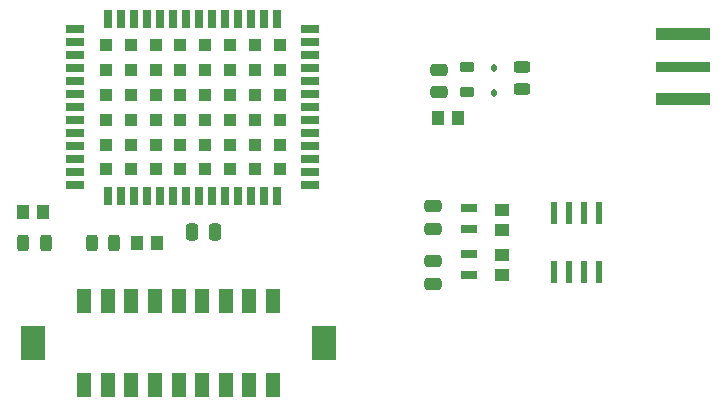
<source format=gbr>
%TF.GenerationSoftware,KiCad,Pcbnew,8.0.5*%
%TF.CreationDate,2025-04-22T16:17:59+02:00*%
%TF.ProjectId,ZED_F9P_minimal,5a45445f-4639-4505-9f6d-696e696d616c,rev?*%
%TF.SameCoordinates,Original*%
%TF.FileFunction,Paste,Top*%
%TF.FilePolarity,Positive*%
%FSLAX46Y46*%
G04 Gerber Fmt 4.6, Leading zero omitted, Abs format (unit mm)*
G04 Created by KiCad (PCBNEW 8.0.5) date 2025-04-22 16:17:59*
%MOMM*%
%LPD*%
G01*
G04 APERTURE LIST*
G04 Aperture macros list*
%AMRoundRect*
0 Rectangle with rounded corners*
0 $1 Rounding radius*
0 $2 $3 $4 $5 $6 $7 $8 $9 X,Y pos of 4 corners*
0 Add a 4 corners polygon primitive as box body*
4,1,4,$2,$3,$4,$5,$6,$7,$8,$9,$2,$3,0*
0 Add four circle primitives for the rounded corners*
1,1,$1+$1,$2,$3*
1,1,$1+$1,$4,$5*
1,1,$1+$1,$6,$7*
1,1,$1+$1,$8,$9*
0 Add four rect primitives between the rounded corners*
20,1,$1+$1,$2,$3,$4,$5,0*
20,1,$1+$1,$4,$5,$6,$7,0*
20,1,$1+$1,$6,$7,$8,$9,0*
20,1,$1+$1,$8,$9,$2,$3,0*%
G04 Aperture macros list end*
%ADD10R,1.010400X1.193800*%
%ADD11RoundRect,0.243750X-0.243750X-0.456250X0.243750X-0.456250X0.243750X0.456250X-0.243750X0.456250X0*%
%ADD12RoundRect,0.250000X0.475000X-0.250000X0.475000X0.250000X-0.475000X0.250000X-0.475000X-0.250000X0*%
%ADD13R,1.193800X2.108200*%
%ADD14R,2.108200X2.895600*%
%ADD15RoundRect,0.243750X0.456250X-0.243750X0.456250X0.243750X-0.456250X0.243750X-0.456250X-0.243750X0*%
%ADD16R,0.558800X1.981200*%
%ADD17RoundRect,0.250000X-0.475000X0.250000X-0.475000X-0.250000X0.475000X-0.250000X0.475000X0.250000X0*%
%ADD18R,1.346200X0.758800*%
%ADD19R,1.193800X1.010400*%
%ADD20RoundRect,0.250000X-0.250000X-0.475000X0.250000X-0.475000X0.250000X0.475000X-0.250000X0.475000X0*%
%ADD21RoundRect,0.243750X0.243750X0.456250X-0.243750X0.456250X-0.243750X-0.456250X0.243750X-0.456250X0*%
%ADD22R,0.800000X1.500000*%
%ADD23R,1.500000X0.800000*%
%ADD24R,1.100000X1.100000*%
%ADD25RoundRect,0.218750X-0.381250X0.218750X-0.381250X-0.218750X0.381250X-0.218750X0.381250X0.218750X0*%
%ADD26RoundRect,0.112500X-0.112500X0.187500X-0.112500X-0.187500X0.112500X-0.187500X0.112500X0.187500X0*%
%ADD27R,4.560000X0.850000*%
%ADD28R,4.560000X1.000000*%
G04 APERTURE END LIST*
D10*
%TO.C,R4*%
X31203800Y-42350000D03*
X32900000Y-42350000D03*
%TD*%
D11*
%TO.C,D3*%
X29300000Y-42350000D03*
X27425000Y-42350000D03*
%TD*%
D12*
%TO.C,C2*%
X56759250Y-29643599D03*
X56759250Y-27743599D03*
%TD*%
D13*
%TO.C,INPUTS1*%
X42750000Y-47300000D03*
X42750000Y-54400001D03*
X40750002Y-47300000D03*
X40750002Y-54400001D03*
X38750001Y-47300000D03*
X38750001Y-54400001D03*
X36750002Y-47300000D03*
X36750002Y-54400001D03*
X34750001Y-47300000D03*
X34750001Y-54400001D03*
X32750000Y-47300000D03*
X32750000Y-54400001D03*
X30750001Y-47300000D03*
X30750001Y-54400001D03*
X28750000Y-47300000D03*
X28750000Y-54400001D03*
X26750002Y-47300000D03*
X26750002Y-54400001D03*
D14*
X47094401Y-50850000D03*
X22405601Y-50850000D03*
%TD*%
D15*
%TO.C,D3*%
X63788850Y-27491500D03*
X63788850Y-29366500D03*
%TD*%
D16*
%TO.C,OPA2364AID*%
X66530000Y-44804500D03*
X67800000Y-44804500D03*
X69070000Y-44804500D03*
X70340000Y-44804500D03*
X70340000Y-39876900D03*
X69070000Y-39876900D03*
X67800000Y-39876900D03*
X66530000Y-39876900D03*
%TD*%
D17*
%TO.C,C6*%
X56300000Y-39275000D03*
X56300000Y-41175000D03*
%TD*%
D18*
%TO.C,R6*%
X59300000Y-41224999D03*
X59300000Y-39464999D03*
%TD*%
D19*
%TO.C,R7*%
X62150000Y-39575000D03*
X62150000Y-41271200D03*
%TD*%
D10*
%TO.C,R5*%
X23300000Y-39750000D03*
X21603800Y-39750000D03*
%TD*%
D12*
%TO.C,C5*%
X56300000Y-45850000D03*
X56300000Y-43950000D03*
%TD*%
D20*
%TO.C,C4*%
X35900000Y-41500000D03*
X37800000Y-41500000D03*
%TD*%
D19*
%TO.C,R3*%
X62150000Y-45071200D03*
X62150000Y-43375000D03*
%TD*%
D10*
%TO.C,R1*%
X56745150Y-31804000D03*
X58441350Y-31804000D03*
%TD*%
D21*
%TO.C,D1*%
X23487500Y-42400000D03*
X21612500Y-42400000D03*
%TD*%
D22*
%TO.C,ZED-F9P1*%
X43100000Y-23400000D03*
X42000000Y-23400000D03*
X40900000Y-23400000D03*
X39800000Y-23400000D03*
X38700000Y-23400000D03*
X37600000Y-23400000D03*
X36500000Y-23400000D03*
X35400000Y-23400000D03*
X34300000Y-23400000D03*
X33200000Y-23400000D03*
X32100000Y-23400000D03*
X31000000Y-23400000D03*
X29900000Y-23400000D03*
X28800000Y-23400000D03*
D23*
X26000000Y-24300000D03*
X26000000Y-25400000D03*
X26000000Y-26500000D03*
X26000000Y-27600000D03*
X26000000Y-28700000D03*
X26000000Y-29800000D03*
X26000000Y-30900000D03*
X26000000Y-32000000D03*
X26000000Y-33100000D03*
X26000000Y-34200000D03*
X26000000Y-35300000D03*
X26000000Y-36400000D03*
X26000000Y-37500000D03*
D22*
X28800000Y-38400000D03*
X29900000Y-38400000D03*
X31000000Y-38400000D03*
X32100000Y-38400000D03*
X33200000Y-38400000D03*
X34300000Y-38400000D03*
X35400000Y-38400000D03*
X36500000Y-38400000D03*
X37600000Y-38400000D03*
X38700000Y-38400000D03*
X39800000Y-38400000D03*
X40900000Y-38400000D03*
X42000000Y-38400000D03*
X43100000Y-38400000D03*
D23*
X45900000Y-37500000D03*
X45900000Y-36400000D03*
X45900000Y-35300000D03*
X45900000Y-34200000D03*
X45900000Y-33100000D03*
X45900000Y-32000000D03*
X45900000Y-30900000D03*
X45900000Y-29800000D03*
X45900000Y-28700000D03*
X45900000Y-27600000D03*
X45900000Y-26500000D03*
X45900000Y-25400000D03*
X45900000Y-24300000D03*
D24*
X43300000Y-25650000D03*
X41200000Y-25650000D03*
X39100000Y-25650000D03*
X37000000Y-25650000D03*
X34900000Y-25650000D03*
X32800000Y-25650000D03*
X30700000Y-25650000D03*
X28600000Y-25650000D03*
X43300000Y-27750000D03*
X41200000Y-27750000D03*
X39100000Y-27750000D03*
X37000000Y-27750000D03*
X34900000Y-27750000D03*
X32800000Y-27750000D03*
X30700000Y-27750000D03*
X28600000Y-27750000D03*
X43300000Y-29850000D03*
X41200000Y-29850000D03*
X39100000Y-29850000D03*
X37000000Y-29850000D03*
X34900000Y-29850000D03*
X32800000Y-29850000D03*
X30700000Y-29850000D03*
X28600000Y-29850000D03*
X43300000Y-31950000D03*
X41200000Y-31950000D03*
X39100000Y-31950000D03*
X37000000Y-31950000D03*
X34900000Y-31950000D03*
X32800000Y-31950000D03*
X30700000Y-31950000D03*
X28600000Y-31950000D03*
X43300000Y-34050000D03*
X41200000Y-34050000D03*
X39100000Y-34050000D03*
X37000000Y-34050000D03*
X34900000Y-34050000D03*
X32800000Y-34050000D03*
X30700000Y-34050000D03*
X28600000Y-34050000D03*
X43300000Y-36150000D03*
X41200000Y-36150000D03*
X39100000Y-36150000D03*
X37000000Y-36150000D03*
X34900000Y-36150000D03*
X32800000Y-36150000D03*
X30700000Y-36150000D03*
X28600000Y-36150000D03*
%TD*%
D18*
%TO.C,R2*%
X59300000Y-43350300D03*
X59300000Y-45099700D03*
%TD*%
D25*
%TO.C,L1*%
X59191350Y-27491500D03*
X59191350Y-29616500D03*
%TD*%
D26*
%TO.C,D2*%
X61488850Y-27566500D03*
X61488850Y-29666500D03*
%TD*%
D27*
%TO.C,J1*%
X77450000Y-27455000D03*
D28*
X77450000Y-24685000D03*
X77450000Y-30225000D03*
%TD*%
M02*

</source>
